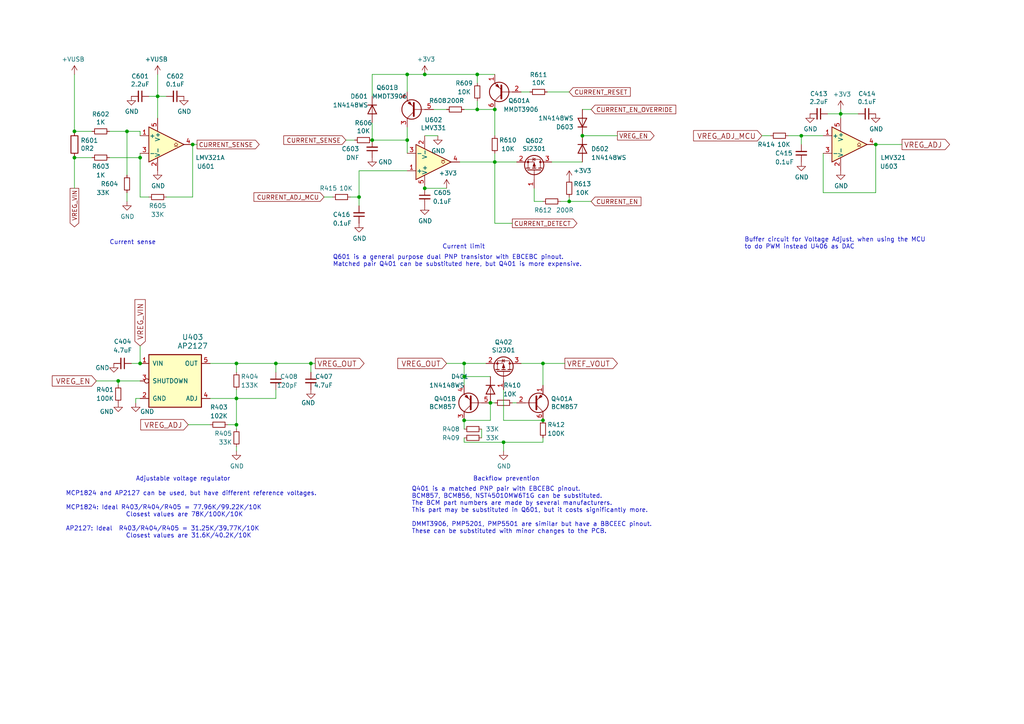
<source format=kicad_sch>
(kicad_sch (version 20231120) (generator "eeschema") (generator_version "8.0")
  (paper "A4")
  (lib_symbols
    (symbol "BusPirate-5-rev10-rescue:+3.3V-power" (power) (pin_names (offset 0))
      (property "Value" "+3.3V-power" (at 0 3.556 0))
      (symbol "+3.3V-power_0_1"
        (polyline (pts (xy -0.762 1.27) (xy 0 2.54)))
        (polyline (pts (xy 0 0) (xy 0 2.54)))
        (polyline (pts (xy 0 2.54) (xy 0.762 1.27)))
      )
      (symbol "+3.3V-power_1_1"
        (pin power_in line (at 0 0 90) (length 0) hide (name "+3V3") (number "1"))
      )
    )
    (symbol "Comparator:LMV331" (pin_names (offset 0.127))
      (property "Reference" "U" (at 1.27 5.08 0))
      (property "Value" "LMV331" (at 3.81 -5.08 0))
      (symbol "LMV331_0_1"
        (polyline (pts (xy -5.08 5.08) (xy 5.08 0) (xy -5.08 -5.08) (xy -5.08 5.08)) (stroke (width 0.254)) (fill (type background)))
        (polyline (pts (xy 3.302 -0.508) (xy 2.794 -0.508) (xy 3.302 0) (xy 2.794 0.508) (xy 2.286 0) (xy 2.794 -0.508) (xy 2.286 -0.508)) (stroke (width 0.127)))
      )
      (symbol "LMV331_1_1"
        (pin input line (at -7.62 2.54 0) (length 2.54) (name "+") (number "1"))
        (pin power_in line (at -2.54 -7.62 90) (length 3.81) (name "V-") (number "2"))
        (pin input line (at -7.62 -2.54 0) (length 2.54) (name "-") (number "3"))
        (pin open_collector line (at 7.62 0 180) (length 2.54) (name "~") (number "4"))
        (pin power_in line (at -2.54 7.62 270) (length 3.81) (name "V+") (number "5"))
      )
    )
    (symbol "Device:C_Small" (pin_numbers hide) (pin_names (offset 0.254) hide)
      (property "Reference" "C" (at 0.254 1.778 0))
      (property "Value" "C_Small" (at 0.254 -2.032 0))
      (symbol "C_Small_0_1"
        (polyline (pts (xy -1.524 -0.508) (xy 1.524 -0.508)) (stroke (width 0.3302)))
        (polyline (pts (xy -1.524 0.508) (xy 1.524 0.508)) (stroke (width 0.3048)))
      )
      (symbol "C_Small_1_1"
        (pin passive line (at 0 2.54 270) (length 2.032) (name "~") (number "1"))
        (pin passive line (at 0 -2.54 90) (length 2.032) (name "~") (number "2"))
      )
    )
    (symbol "Device:R" (pin_numbers hide) (pin_names (offset 0))
      (property "Reference" "R" (at 2.032 0 90))
      (property "Value" "R" (at 0 0 90))
      (symbol "R_0_1"
        (rectangle (start -1.016 -2.54) (end 1.016 2.54) (stroke (width 0.254)))
      )
      (symbol "R_1_1"
        (pin passive line (at 0 3.81 270) (length 1.27) (name "~") (number "1"))
        (pin passive line (at 0 -3.81 90) (length 1.27) (name "~") (number "2"))
      )
    )
    (symbol "Device:R_Small" (pin_numbers hide) (pin_names (offset 0.254) hide)
      (property "Reference" "R" (at 0.762 0.508 0))
      (property "Value" "R_Small" (at 0.762 -1.016 0))
      (symbol "R_Small_0_1"
        (rectangle (start -0.762 1.778) (end 0.762 -1.778) (stroke (width 0.2032)))
      )
      (symbol "R_Small_1_1"
        (pin passive line (at 0 2.54 270) (length 0.762) (name "~") (number "1"))
        (pin passive line (at 0 -2.54 90) (length 0.762) (name "~") (number "2"))
      )
    )
    (symbol "Diode:1N4148WS" (pin_numbers hide) (pin_names hide)
      (property "Reference" "D" (at 0 2.54 0))
      (property "Value" "1N4148WS" (at 0 -2.54 0))
      (symbol "1N4148WS_0_1"
        (polyline (pts (xy -1.27 1.27) (xy -1.27 -1.27)) (stroke (width 0.254)))
        (polyline (pts (xy 1.27 0) (xy -1.27 0)))
        (polyline (pts (xy 1.27 1.27) (xy 1.27 -1.27) (xy -1.27 0) (xy 1.27 1.27)) (stroke (width 0.254)))
      )
      (symbol "1N4148WS_1_1"
        (pin passive line (at -3.81 0 0) (length 2.54) (name "K") (number "1"))
        (pin passive line (at 3.81 0 180) (length 2.54) (name "A") (number "2"))
      )
    )
    (symbol "Transistor_FET:BSS84" (pin_names hide)
      (property "Reference" "Q" (at 5.08 1.905 0))
      (property "Value" "BSS84" (at 5.08 0 0))
      (symbol "BSS84_0_1"
        (polyline (pts (xy 0.254 0) (xy -2.54 0)))
        (polyline (pts (xy 0.254 1.905) (xy 0.254 -1.905)) (stroke (width 0.254)))
        (polyline (pts (xy 0.762 -1.27) (xy 0.762 -2.286)) (stroke (width 0.254)))
        (polyline (pts (xy 0.762 0.508) (xy 0.762 -0.508)) (stroke (width 0.254)))
        (polyline (pts (xy 0.762 2.286) (xy 0.762 1.27)) (stroke (width 0.254)))
        (polyline (pts (xy 2.54 2.54) (xy 2.54 1.778)))
        (polyline (pts (xy 2.54 -2.54) (xy 2.54 0) (xy 0.762 0)))
        (polyline (pts (xy 0.762 1.778) (xy 3.302 1.778) (xy 3.302 -1.778) (xy 0.762 -1.778)))
        (polyline (pts (xy 2.286 0) (xy 1.27 0.381) (xy 1.27 -0.381) (xy 2.286 0)) (fill (type outline)))
        (polyline (pts (xy 2.794 -0.508) (xy 2.921 -0.381) (xy 3.683 -0.381) (xy 3.81 -0.254)))
        (polyline (pts (xy 3.302 -0.381) (xy 2.921 0.254) (xy 3.683 0.254) (xy 3.302 -0.381)))
        (circle (center 1.651 0) (radius 2.794) (stroke (width 0.254)))
        (circle (center 2.54 -1.778) (radius 0.254) (fill (type outline)))
        (circle (center 2.54 1.778) (radius 0.254) (fill (type outline)))
      )
      (symbol "BSS84_1_1"
        (pin input line (at -5.08 0 0) (length 2.54) (name "G") (number "1"))
        (pin passive line (at 2.54 -5.08 90) (length 2.54) (name "S") (number "2"))
        (pin passive line (at 2.54 5.08 270) (length 2.54) (name "D") (number "3"))
      )
    )
    (symbol "dp-power:+VUSB" (power) (pin_names (offset 1.016))
      (property "Value" "+VUSB" (at 0 5.08 0))
      (symbol "+VUSB_0_1"
        (polyline (pts (xy 0 0) (xy 0 2.54)))
        (polyline (pts (xy 0 2.54) (xy -0.762 1.27)))
        (polyline (pts (xy 0 2.54) (xy 0.762 1.27)))
      )
      (symbol "+VUSB_1_1"
        (pin power_in line (at 0 0 90) (length 0) hide (name "+VUSB") (number "1"))
      )
    )
    (symbol "dp-vreg:MCP1824" (pin_names (offset 1.016))
      (property "Reference" "U" (at 0 12.7 0))
      (property "Value" "MCP1824" (at 0 10.16 0))
      (symbol "MCP1824_0_1"
        (rectangle (start -7.62 7.62) (end 7.62 -7.62) (stroke (width 0.3048)) (fill (type background)))
      )
      (symbol "MCP1824_1_1"
        (pin input line (at -10.16 5.08 0) (length 2.54) (name "VIN") (number "1"))
        (pin input line (at -10.16 -5.08 0) (length 2.54) (name "GND") (number "2"))
        (pin input inverted (at -10.16 0 0) (length 2.54) (name "SHUTDOWN") (number "3"))
        (pin input line (at 10.16 -5.08 180) (length 2.54) (name "ADJ") (number "4"))
        (pin power_out line (at 10.16 5.08 180) (length 2.54) (name "OUT") (number "5"))
      )
    )
    (symbol "kicad5-device:Q_DUAL_PNP_PNP_E1B1C2E2B2C1" (pin_names (offset 0) hide)
      (property "Reference" "Q" (at 5.08 1.27 0))
      (property "Value" "Q_DUAL_PNP_PNP_E1B1C2E2B2C1" (at 5.08 -1.27 0))
      (symbol "Q_DUAL_PNP_PNP_E1B1C2E2B2C1_0_1"
        (polyline (pts (xy 0.635 0) (xy -2.54 0)))
        (polyline (pts (xy 0.635 0.635) (xy 2.54 2.54)))
        (polyline (pts (xy 0.635 -0.635) (xy 2.54 -2.54) (xy 2.54 -2.54)))
        (polyline (pts (xy 0.635 1.905) (xy 0.635 -1.905) (xy 0.635 -1.905)) (stroke (width 0.508)))
        (polyline (pts (xy 2.286 -1.778) (xy 1.778 -2.286) (xy 1.27 -1.27) (xy 2.286 -1.778) (xy 2.286 -1.778)) (fill (type outline)))
        (circle (center 1.27 0) (radius 2.8194) (stroke (width 0.254)))
      )
      (symbol "Q_DUAL_PNP_PNP_E1B1C2E2B2C1_1_1"
        (pin passive line (at 2.54 -5.08 90) (length 2.54) (name "E1") (number "1"))
        (pin input line (at -5.08 0 0) (length 2.54) (name "B1") (number "2"))
        (pin passive line (at 2.54 5.08 270) (length 2.54) (name "C1") (number "6"))
      )
      (symbol "Q_DUAL_PNP_PNP_E1B1C2E2B2C1_2_1"
        (pin passive line (at 2.54 5.08 270) (length 2.54) (name "C2") (number "3"))
        (pin passive line (at 2.54 -5.08 90) (length 2.54) (name "E2") (number "4"))
        (pin input line (at -5.08 0 0) (length 2.54) (name "B2") (number "5"))
      )
    )
    (symbol "power:GND" (power) (pin_names (offset 0))
      (property "Value" "GND" (at 0 -3.81 0))
      (symbol "GND_0_1"
        (polyline (pts (xy 0 0) (xy 0 -1.27) (xy 1.27 -1.27) (xy 0 -2.54) (xy -1.27 -1.27) (xy 0 -1.27)))
      )
      (symbol "GND_1_1"
        (pin power_in line (at 0 0 270) (length 0) hide (name "GND") (number "1"))
      )
    )
  )
  (junction (at 143.51 46.99))
  (junction (at 243.84 33.02))
  (junction (at 68.58 105.41))
  (junction (at 168.91 39.37))
  (junction (at 143.51 31.75))
  (junction (at 254 41.91))
  (junction (at 80.01 105.41))
  (junction (at 107.95 40.64))
  (junction (at 34.29 110.49))
  (junction (at 123.19 21.59))
  (junction (at 134.62 109.22))
  (junction (at 118.11 21.59))
  (junction (at 138.43 31.75))
  (junction (at 45.72 27.94))
  (junction (at 21.59 38.1))
  (junction (at 40.64 45.72))
  (junction (at 68.58 123.19))
  (junction (at 40.64 105.41))
  (junction (at 142.24 116.84))
  (junction (at 134.62 105.41))
  (junction (at 134.62 121.92))
  (junction (at 123.19 54.61))
  (junction (at 157.48 105.41))
  (junction (at 90.17 105.41))
  (junction (at 157.48 121.92))
  (junction (at 55.88 41.91))
  (junction (at 232.41 39.37))
  (junction (at 104.14 57.15))
  (junction (at 146.05 128.27))
  (junction (at 118.11 40.64))
  (junction (at 36.83 38.1))
  (junction (at 68.58 115.57))
  (junction (at 138.43 21.59))
  (junction (at 21.59 45.72))
  (junction (at 165.1 58.42))
  (wire (pts (xy 154.94 58.42) (xy 154.94 54.61)))
  (wire (pts (xy 26.67 45.72) (xy 21.59 45.72)))
  (wire (pts (xy 104.14 49.53) (xy 104.14 57.15)))
  (wire (pts (xy 68.58 130.81) (xy 68.58 129.54)))
  (wire (pts (xy 118.11 49.53) (xy 104.14 49.53)))
  (wire (pts (xy 118.11 40.64) (xy 118.11 44.45)))
  (wire (pts (xy 165.1 26.67) (xy 158.75 26.67)))
  (wire (pts (xy 68.58 124.46) (xy 68.58 123.19)))
  (wire (pts (xy 157.48 121.92) (xy 146.05 121.92)))
  (wire (pts (xy 107.95 40.64) (xy 118.11 40.64)))
  (wire (pts (xy 157.48 105.41) (xy 157.48 111.76)))
  (wire (pts (xy 123.19 21.59) (xy 118.11 21.59)))
  (wire (pts (xy 31.75 38.1) (xy 36.83 38.1)))
  (wire (pts (xy 129.54 105.41) (xy 134.62 105.41)))
  (wire (pts (xy 143.51 116.84) (xy 142.24 116.84)))
  (wire (pts (xy 102.87 40.64) (xy 100.33 40.64)))
  (wire (pts (xy 134.62 121.92) (xy 142.24 121.92)))
  (wire (pts (xy 68.58 115.57) (xy 80.01 115.57)))
  (wire (pts (xy 133.35 46.99) (xy 143.51 46.99)))
  (wire (pts (xy 101.6 57.15) (xy 104.14 57.15)))
  (wire (pts (xy 148.59 116.84) (xy 149.86 116.84)))
  (wire (pts (xy 40.64 115.57) (xy 39.37 115.57)))
  (wire (pts (xy 146.05 128.27) (xy 134.62 128.27)))
  (wire (pts (xy 40.64 38.1) (xy 40.64 39.37)))
  (wire (pts (xy 40.64 57.15) (xy 40.64 45.72)))
  (wire (pts (xy 157.48 105.41) (xy 163.83 105.41)))
  (wire (pts (xy 104.14 57.15) (xy 104.14 59.69)))
  (wire (pts (xy 45.72 27.94) (xy 45.72 21.59)))
  (wire (pts (xy 146.05 121.92) (xy 146.05 113.03)))
  (wire (pts (xy 21.59 38.1) (xy 21.59 21.59)))
  (wire (pts (xy 68.58 115.57) (xy 68.58 113.03)))
  (wire (pts (xy 34.29 110.49) (xy 27.94 110.49)))
  (wire (pts (xy 129.54 31.75) (xy 125.73 31.75)))
  (wire (pts (xy 134.62 31.75) (xy 138.43 31.75)))
  (wire (pts (xy 68.58 107.95) (xy 68.58 105.41)))
  (wire (pts (xy 107.95 21.59) (xy 107.95 27.94)))
  (wire (pts (xy 90.17 105.41) (xy 91.44 105.41)))
  (wire (pts (xy 138.43 31.75) (xy 143.51 31.75)))
  (wire (pts (xy 142.24 109.22) (xy 134.62 109.22)))
  (wire (pts (xy 43.18 57.15) (xy 40.64 57.15)))
  (wire (pts (xy 143.51 64.77) (xy 143.51 46.99)))
  (wire (pts (xy 134.62 109.22) (xy 134.62 105.41)))
  (wire (pts (xy 36.83 55.88) (xy 36.83 58.42)))
  (wire (pts (xy 55.88 41.91) (xy 55.88 57.15)))
  (wire (pts (xy 54.61 123.19) (xy 60.96 123.19)))
  (wire (pts (xy 243.84 31.75) (xy 243.84 33.02)))
  (wire (pts (xy 21.59 45.72) (xy 21.59 54.61)))
  (wire (pts (xy 55.88 57.15) (xy 48.26 57.15)))
  (wire (pts (xy 60.96 105.41) (xy 68.58 105.41)))
  (wire (pts (xy 157.48 58.42) (xy 154.94 58.42)))
  (wire (pts (xy 171.45 58.42) (xy 165.1 58.42)))
  (wire (pts (xy 123.19 21.59) (xy 138.43 21.59)))
  (wire (pts (xy 80.01 115.57) (xy 80.01 113.03)))
  (wire (pts (xy 138.43 21.59) (xy 143.51 21.59)))
  (wire (pts (xy 68.58 105.41) (xy 80.01 105.41)))
  (wire (pts (xy 40.64 44.45) (xy 40.64 45.72)))
  (wire (pts (xy 123.19 54.61) (xy 129.54 54.61)))
  (wire (pts (xy 118.11 21.59) (xy 107.95 21.59)))
  (wire (pts (xy 143.51 46.99) (xy 143.51 44.45)))
  (wire (pts (xy 160.02 46.99) (xy 168.91 46.99)))
  (wire (pts (xy 40.64 100.33) (xy 40.64 105.41)))
  (wire (pts (xy 96.52 57.15) (xy 93.98 57.15)))
  (wire (pts (xy 151.13 105.41) (xy 157.48 105.41)))
  (wire (pts (xy 90.17 105.41) (xy 90.17 107.95)))
  (wire (pts (xy 55.88 41.91) (xy 57.15 41.91)))
  (wire (pts (xy 68.58 123.19) (xy 68.58 115.57)))
  (wire (pts (xy 153.67 26.67) (xy 151.13 26.67)))
  (wire (pts (xy 123.19 39.37) (xy 127 39.37)))
  (wire (pts (xy 148.59 64.77) (xy 143.51 64.77)))
  (wire (pts (xy 223.52 39.37) (xy 220.98 39.37)))
  (wire (pts (xy 146.05 130.81) (xy 146.05 128.27)))
  (wire (pts (xy 179.07 39.37) (xy 168.91 39.37)))
  (wire (pts (xy 238.76 55.88) (xy 254 55.88)))
  (wire (pts (xy 118.11 26.67) (xy 118.11 21.59)))
  (wire (pts (xy 107.95 35.56) (xy 107.95 40.64)))
  (wire (pts (xy 232.41 39.37) (xy 228.6 39.37)))
  (wire (pts (xy 38.1 105.41) (xy 40.64 105.41)))
  (wire (pts (xy 34.29 111.76) (xy 34.29 110.49)))
  (wire (pts (xy 60.96 115.57) (xy 68.58 115.57)))
  (wire (pts (xy 26.67 38.1) (xy 21.59 38.1)))
  (wire (pts (xy 139.7 124.46) (xy 139.7 127)))
  (wire (pts (xy 134.62 111.76) (xy 134.62 109.22)))
  (wire (pts (xy 140.97 105.41) (xy 134.62 105.41)))
  (wire (pts (xy 157.48 127) (xy 157.48 128.27)))
  (wire (pts (xy 66.04 123.19) (xy 68.58 123.19)))
  (wire (pts (xy 118.11 36.83) (xy 118.11 40.64)))
  (wire (pts (xy 36.83 50.8) (xy 36.83 38.1)))
  (wire (pts (xy 40.64 110.49) (xy 34.29 110.49)))
  (wire (pts (xy 261.62 41.91) (xy 254 41.91)))
  (wire (pts (xy 143.51 39.37) (xy 143.51 31.75)))
  (wire (pts (xy 138.43 24.13) (xy 138.43 21.59)))
  (wire (pts (xy 165.1 58.42) (xy 162.56 58.42)))
  (wire (pts (xy 80.01 107.95) (xy 80.01 105.41)))
  (wire (pts (xy 80.01 105.41) (xy 90.17 105.41)))
  (wire (pts (xy 243.84 33.02) (xy 248.92 33.02)))
  (wire (pts (xy 254 55.88) (xy 254 41.91)))
  (wire (pts (xy 149.86 46.99) (xy 143.51 46.99)))
  (wire (pts (xy 238.76 39.37) (xy 232.41 39.37)))
  (wire (pts (xy 40.64 45.72) (xy 31.75 45.72)))
  (wire (pts (xy 138.43 29.21) (xy 138.43 31.75)))
  (wire (pts (xy 134.62 127) (xy 134.62 128.27)))
  (wire (pts (xy 43.18 27.94) (xy 45.72 27.94)))
  (wire (pts (xy 36.83 38.1) (xy 40.64 38.1)))
  (wire (pts (xy 238.76 44.45) (xy 238.76 55.88)))
  (wire (pts (xy 240.03 33.02) (xy 243.84 33.02)))
  (wire (pts (xy 243.84 34.29) (xy 243.84 33.02)))
  (wire (pts (xy 45.72 27.94) (xy 45.72 34.29)))
  (wire (pts (xy 157.48 128.27) (xy 146.05 128.27)))
  (wire (pts (xy 165.1 57.15) (xy 165.1 58.42)))
  (wire (pts (xy 232.41 41.91) (xy 232.41 39.37)))
  (wire (pts (xy 171.45 31.75) (xy 168.91 31.75)))
  (wire (pts (xy 134.62 121.92) (xy 134.62 124.46)))
  (wire (pts (xy 39.37 115.57) (xy 39.37 116.84)))
  (wire (pts (xy 45.72 27.94) (xy 48.26 27.94)))
  (wire (pts (xy 142.24 116.84) (xy 142.24 121.92)))
  (text "Adjustable voltage regulator" (at 39.37 139.7 0) (effects (font (size 1.27 1.27)) (justify left bottom)))
  (text "Buffer circuit for Voltage Adjust, when using the MCU\nto do PWM instead U406 as DAC" (at 215.9 72.39 0) (effects (font (size 1.27 1.27)) (justify left bottom)))
  (text "Current sense" (at 31.75 71.12 0) (effects (font (size 1.27 1.27)) (justify left bottom)))
  (text "Backflow prevention" (at 137.16 139.7 0) (effects (font (size 1.27 1.27)) (justify left bottom)))
  (text "MCP1824 and AP2127 can be used, but have different reference voltages.\n\nMCP1824: Ideal R403/R404/R405 = 77.96K/99.22K/10K\n                  Closest values are 78K/100K/10K\n\nAP2127: Ideal  R403/R404/R405 = 31.25K/39.77K/10K\n                  Closest values are 31.6K/40.2K/10K" (at 19.05 156.21 0) (effects (font (size 1.27 1.27)) (justify left bottom)))
  (text "Current limit" (at 128.27 72.39 0) (effects (font (size 1.27 1.27)) (justify left bottom)))
  (text "Q401 is a matched PNP pair with EBCEBC pinout.\nBCM857, BCM856, NST45010MW6T1G can be substituted. \nThe BCM part numbers are made by several manufacturers.\nThis part may be substituted in Q601, but it costs significantly more.\n\nDMMT3906, PMP5201, PMP5501 are similar but have a BBCEEC pinout.\nThese can be substituted with minor changes to the PCB." (at 119.38 154.94 0) (effects (font (size 1.27 1.27)) (justify left bottom)))
  (text "Q601 is a general purpose dual PNP transistor with EBCEBC pinout. \nMatched pair Q401 can be substituted here, but Q401 is more expensive.\n" (at 96.52 77.47 0) (effects (font (size 1.27 1.27)) (justify left bottom)))
  (global_label "VREG_VIN" (shape output) (at 21.59 54.61 270) (property "Intersheetrefs" "${INTERSHEET_REFS}" (effects (hide yes))))
  (global_label "CURRENT_DETECT" (shape output) (at 148.59 64.77 0) (property "Intersheetrefs" "${INTERSHEET_REFS}" (effects (hide yes))))
  (global_label "VREG_OUT" (shape input) (at 129.54 105.41 180) (effects (font (size 1.524 1.524))) (property "Intersheetrefs" "${INTERSHEET_REFS}" (effects (hide yes))))
  (global_label "VREG_ADJ" (shape input) (at 54.61 123.19 180) (effects (font (size 1.524 1.524))) (property "Intersheetrefs" "${INTERSHEET_REFS}" (effects (hide yes))))
  (global_label "VREG_EN" (shape output) (at 179.07 39.37 0) (property "Intersheetrefs" "${INTERSHEET_REFS}" (effects (hide yes))))
  (global_label "VREG_ADJ_MCU" (shape input) (at 220.98 39.37 180) (effects (font (size 1.524 1.524))) (property "Intersheetrefs" "${INTERSHEET_REFS}" (effects (hide yes))))
  (global_label "VREF_VOUT" (shape output) (at 163.83 105.41 0) (effects (font (size 1.524 1.524))) (property "Intersheetrefs" "${INTERSHEET_REFS}" (effects (hide yes))))
  (global_label "CURRENT_SENSE" (shape input) (at 100.33 40.64 180) (property "Intersheetrefs" "${INTERSHEET_REFS}" (effects (hide yes))))
  (global_label "VREG_EN" (shape input) (at 27.94 110.49 180) (effects (font (size 1.524 1.524))) (property "Intersheetrefs" "${INTERSHEET_REFS}" (effects (hide yes))))
  (global_label "CURRENT_ADJ_MCU" (shape input) (at 93.98 57.15 180) (property "Intersheetrefs" "${INTERSHEET_REFS}" (effects (hide yes))))
  (global_label "CURRENT_SENSE" (shape output) (at 57.15 41.91 0) (property "Intersheetrefs" "${INTERSHEET_REFS}" (effects (hide yes))))
  (global_label "VREG_VIN" (shape input) (at 40.64 100.33 90) (effects (font (size 1.524 1.524))) (property "Intersheetrefs" "${INTERSHEET_REFS}" (effects (hide yes))))
  (global_label "CURRENT_EN" (shape input) (at 171.45 58.42 0) (property "Intersheetrefs" "${INTERSHEET_REFS}" (effects (hide yes))))
  (global_label "VREG_ADJ" (shape output) (at 261.62 41.91 0) (effects (font (size 1.524 1.524))) (property "Intersheetrefs" "${INTERSHEET_REFS}" (effects (hide yes))))
  (global_label "VREG_OUT" (shape output) (at 91.44 105.41 0) (effects (font (size 1.524 1.524))) (property "Intersheetrefs" "${INTERSHEET_REFS}" (effects (hide yes))))
  (global_label "CURRENT_EN_OVERRIDE" (shape input) (at 171.45 31.75 0) (property "Intersheetrefs" "${INTERSHEET_REFS}" (effects (hide yes))))
  (global_label "CURRENT_RESET" (shape input) (at 165.1 26.67 0) (property "Intersheetrefs" "${INTERSHEET_REFS}" (effects (hide yes))))
  (symbol (lib_id "dp-vreg:MCP1824") (at 50.8 110.49 0) (unit 1)
    (property "Reference" "U403" (at 55.88 97.79 0) (effects (font (size 1.524 1.524))))
    (property "Value" "AP2127" (at 55.88 100.33 0) (effects (font (size 1.524 1.524))))
    (property "Footprint" "Package_TO_SOT_SMD:SOT-23-5" (effects (hide yes)))
    (property "RMB" "2.68" (effects (hide yes)))
    (property "Supplier" " https://item.szlcsc.com/157049.html" (effects (hide yes)))
  )
  (symbol (lib_id "power:GND") (at 39.37 116.84 0) (unit 1)
    (property "Reference" "#PWR0412" (effects (hide yes)))
    (property "Value" "GND" (at 40.64 119.38 0) (effects (justify left)))
  )
  (symbol (lib_id "Device:C_Small") (at 90.17 110.49 0) (unit 1)
    (property "Reference" "C407" (at 96.52 109.22 0) (effects (justify right)))
    (property "Value" "4.7uF" (at 96.52 111.76 0) (effects (justify right)))
    (property "Footprint" "Capacitor_SMD:C_0402_1005Metric" (effects (hide yes)))
    (property "RMB" "0.037726" (effects (hide yes)))
    (property "Supplier" "https://item.szlcsc.com/1877.html" (effects (hide yes)))
  )
  (symbol (lib_id "power:GND") (at 90.17 113.03 0) (unit 1)
    (property "Reference" "#PWR0419" (effects (hide yes)))
    (property "Value" "GND" (at 91.44 116.84 0) (effects (justify right)))
  )
  (symbol (lib_id "Transistor_FET:BSS84") (at 146.05 107.95 270) (mirror x) (unit 1)
    (property "Reference" "Q402" (at 146.05 99.2378 90))
    (property "Value" "SI2301" (at 146.05 101.5492 90))
    (property "Footprint" "Package_TO_SOT_SMD:SOT-523" (effects (hide yes)))
    (property "Datasheet" "http://www.aosmd.com/pdfs/datasheet/AO3401A.pdf" (effects (hide yes)))
    (property "RMB" "0.232494" (effects (hide yes)))
    (property "Supplier" "https://item.szlcsc.com/76686.html" (effects (hide yes)))
  )
  (symbol (lib_id "Device:R_Small") (at 137.16 124.46 270) (unit 1)
    (property "Reference" "R408" (at 133.35 124.46 90) (effects (justify right)))
    (property "Value" "33K" (at 144.78 124.46 90) (effects (justify right)))
    (property "Footprint" "Resistor_SMD:R_0402_1005Metric" (effects (hide yes)))
    (property "RMB" "0.005541" (effects (hide yes)))
    (property "Supplier" "https://item.szlcsc.com/141563.html" (effects (hide yes)))
  )
  (symbol (lib_id "power:GND") (at 146.05 130.81 0) (unit 1)
    (property "Reference" "#PWR0426" (effects (hide yes)))
    (property "Value" "GND" (at 146.177 135.2042 0))
  )
  (symbol (lib_id "Device:R_Small") (at 157.48 124.46 0) (unit 1)
    (property "Reference" "R412" (at 158.75 123.19 0) (effects (justify left)))
    (property "Value" "100K" (at 158.75 125.73 0) (effects (justify left)))
    (property "Footprint" "Resistor_SMD:R_0402_1005Metric" (effects (hide yes)))
    (property "RMB" "0.005749" (effects (hide yes)))
    (property "Supplier" "https://item.szlcsc.com/61543.html" (effects (hide yes)))
  )
  (symbol (lib_id "Device:C_Small") (at 35.56 105.41 270) (unit 1)
    (property "Reference" "C404" (at 35.56 99.06 90))
    (property "Value" "4.7uF" (at 35.56 101.6 90))
    (property "Footprint" "Capacitor_SMD:C_0402_1005Metric" (effects (hide yes)))
    (property "RMB" "0.037726" (effects (hide yes)))
    (property "Supplier" "https://item.szlcsc.com/1877.html" (effects (hide yes)))
  )
  (symbol (lib_id "power:GND") (at 33.02 105.41 0) (unit 1)
    (property "Reference" "#PWR0410" (effects (hide yes)))
    (property "Value" "GND" (at 31.75 106.68 0) (effects (justify right)))
  )
  (symbol (lib_id "Device:R_Small") (at 34.29 114.3 0) (unit 1)
    (property "Reference" "R401" (at 33.02 113.03 0) (effects (justify right)))
    (property "Value" "100K" (at 33.02 115.57 0) (effects (justify right)))
    (property "Footprint" "Resistor_SMD:R_0402_1005Metric" (effects (hide yes)))
    (property "RMB" "0.005749" (effects (hide yes)))
    (property "Supplier" "https://item.szlcsc.com/61543.html" (effects (hide yes)))
  )
  (symbol (lib_id "power:GND") (at 34.29 116.84 0) (unit 1)
    (property "Reference" "#PWR0411" (effects (hide yes)))
    (property "Value" "GND" (at 33.02 119.38 0) (effects (justify right)))
  )
  (symbol (lib_id "Device:R_Small") (at 68.58 110.49 0) (unit 1)
    (property "Reference" "R404" (at 69.85 109.22 0) (effects (justify left)))
    (property "Value" "133K" (at 69.85 111.76 0) (effects (justify left)))
    (property "Footprint" "Resistor_SMD:R_0402_1005Metric" (effects (hide yes)))
    (property "RMB" "0.005749" (effects (hide yes)))
    (property "Supplier" "https://item.szlcsc.com/61543.html" (effects (hide yes)))
  )
  (symbol (lib_id "Device:R_Small") (at 68.58 127 0) (unit 1)
    (property "Reference" "R405" (at 67.31 125.73 0) (effects (justify right)))
    (property "Value" "33K" (at 67.31 128.27 0) (effects (justify right)))
    (property "Footprint" "Resistor_SMD:R_0402_1005Metric" (effects (hide yes)))
    (property "RMB" "0.004864" (effects (hide yes)))
    (property "Supplier" "https://item.szlcsc.com/61542.html" (effects (hide yes)))
  )
  (symbol (lib_id "Device:R_Small") (at 63.5 123.19 90) (unit 1)
    (property "Reference" "R403" (at 63.5 118.11 90))
    (property "Value" "102K" (at 63.5 120.65 90))
    (property "Footprint" "Resistor_SMD:R_0402_1005Metric" (effects (hide yes)))
    (property "RMB" "0.005944" (effects (hide yes)))
    (property "Supplier" "https://item.szlcsc.com/174835.html" (effects (hide yes)))
  )
  (symbol (lib_id "power:GND") (at 68.58 130.81 0) (unit 1)
    (property "Reference" "#PWR0417" (effects (hide yes)))
    (property "Value" "GND" (at 68.707 135.2042 0))
  )
  (symbol (lib_id "Device:R_Small") (at 29.21 38.1 270) (unit 1)
    (property "Reference" "R602" (at 29.21 33.1216 90))
    (property "Value" "1K" (at 29.21 35.433 90))
    (property "Footprint" "Resistor_SMD:R_0402_1005Metric" (effects (hide yes)))
    (property "RMB" "0.005622" (effects (hide yes)))
    (property "Supplier" "https://item.szlcsc.com/107450.html" (effects (hide yes)))
  )
  (symbol (lib_id "Device:R") (at 21.59 41.91 0) (unit 1)
    (property "Reference" "R601" (at 23.368 40.7416 0) (effects (justify left)))
    (property "Value" "0R2" (at 23.368 43.053 0) (effects (justify left)))
    (property "Footprint" "Resistor_SMD:R_2512_6332Metric_Pad1.40x3.35mm_HandSolder" (effects (hide yes)))
    (property "RMB" "0.418328" (effects (hide yes)))
    (property "Supplier" "https://item.szlcsc.com/464030.html" (effects (hide yes)))
  )
  (symbol (lib_id "Device:R_Small") (at 29.21 45.72 270) (unit 1)
    (property "Reference" "R603" (at 29.21 48.26 90))
    (property "Value" "1K" (at 29.21 50.8 90))
    (property "Footprint" "Resistor_SMD:R_0402_1005Metric" (effects (hide yes)))
    (property "RMB" "0.005622" (effects (hide yes)))
    (property "Supplier" "https://item.szlcsc.com/107450.html" (effects (hide yes)))
  )
  (symbol (lib_id "Device:R_Small") (at 36.83 53.34 180) (unit 1)
    (property "Reference" "R604" (at 29.21 53.34 0) (effects (justify right)))
    (property "Value" "33K" (at 27.94 55.88 0) (effects (justify right)))
    (property "Footprint" "Resistor_SMD:R_0402_1005Metric" (effects (hide yes)))
    (property "RMB" "0.005541" (effects (hide yes)))
    (property "Supplier" "https://item.szlcsc.com/141563.html" (effects (hide yes)))
  )
  (symbol (lib_id "power:GND") (at 36.83 58.42 0) (unit 1)
    (property "Reference" "#PWR0602" (effects (hide yes)))
    (property "Value" "GND" (at 36.957 62.8142 0))
  )
  (symbol (lib_id "power:GND") (at 45.72 49.53 0) (unit 1)
    (property "Reference" "#PWR0605" (effects (hide yes)))
    (property "Value" "GND" (at 45.847 53.9242 0))
  )
  (symbol (lib_id "Device:R_Small") (at 45.72 57.15 270) (unit 1)
    (property "Reference" "R605" (at 45.72 59.69 90))
    (property "Value" "33K" (at 45.72 62.23 90))
    (property "Footprint" "Resistor_SMD:R_0402_1005Metric" (effects (hide yes)))
    (property "RMB" "0.005541" (effects (hide yes)))
    (property "Supplier" "https://item.szlcsc.com/141563.html" (effects (hide yes)))
  )
  (symbol (lib_id "Device:C_Small") (at 50.8 27.94 270) (unit 1)
    (property "Reference" "C602" (at 50.8 22.1234 90))
    (property "Value" "0.1uF" (at 50.8 24.4348 90))
    (property "Footprint" "Capacitor_SMD:C_0402_1005Metric" (effects (hide yes)))
    (property "RMB" "0.00628" (effects (hide yes)))
    (property "Supplier" "https://item.szlcsc.com/1877.html" (effects (hide yes)))
  )
  (symbol (lib_id "Device:C_Small") (at 40.64 27.94 270) (unit 1)
    (property "Reference" "C601" (at 40.64 22.1234 90))
    (property "Value" "2.2uF" (at 40.64 24.4348 90))
    (property "Footprint" "Capacitor_SMD:C_0402_1005Metric" (effects (hide yes)))
    (property "RMB" "0.043101" (effects (hide yes)))
    (property "Supplier" "https://item.szlcsc.com/108589.html" (effects (hide yes)))
  )
  (symbol (lib_id "power:GND") (at 53.34 27.94 0) (unit 1)
    (property "Reference" "#PWR0606" (effects (hide yes)))
    (property "Value" "GND" (at 53.467 32.3342 0))
  )
  (symbol (lib_id "power:GND") (at 38.1 27.94 0) (unit 1)
    (property "Reference" "#PWR0603" (effects (hide yes)))
    (property "Value" "GND" (at 38.227 32.3342 0))
  )
  (symbol (lib_id "Device:R_Small") (at 105.41 40.64 270) (unit 1)
    (property "Reference" "R606" (at 105.41 35.6616 90))
    (property "Value" "10K" (at 105.41 37.973 90))
    (property "Footprint" "Resistor_SMD:R_0402_1005Metric" (effects (hide yes)))
  )
  (symbol (lib_id "Device:C_Small") (at 107.95 43.18 180) (unit 1)
    (property "Reference" "C603" (at 99.06 43.18 0) (effects (justify right)))
    (property "Value" "DNF" (at 100.33 45.72 0) (effects (justify right)))
    (property "Footprint" "Capacitor_SMD:C_0402_1005Metric" (effects (hide yes)))
  )
  (symbol (lib_id "power:GND") (at 107.95 45.72 0) (unit 1)
    (property "Reference" "#PWR0607" (effects (hide yes)))
    (property "Value" "GND" (at 111.76 46.99 0))
  )
  (symbol (lib_id "BusPirate-5-rev10-rescue:+3.3V-power") (at 123.19 21.59 0) (unit 1)
    (property "Reference" "#PWR0609" (effects (hide yes)))
    (property "Value" "+3V3" (at 123.571 17.1958 0))
  )
  (symbol (lib_id "Device:C_Small") (at 123.19 57.15 0) (unit 1)
    (property "Reference" "C605" (at 128.27 55.88 0))
    (property "Value" "0.1uF" (at 128.27 58.42 0))
    (property "Footprint" "Capacitor_SMD:C_0402_1005Metric" (effects (hide yes)))
    (property "RMB" "0.00628" (effects (hide yes)))
    (property "Supplier" "https://item.szlcsc.com/1877.html" (effects (hide yes)))
  )
  (symbol (lib_id "power:GND") (at 123.19 59.69 0) (unit 1)
    (property "Reference" "#PWR0610" (effects (hide yes)))
    (property "Value" "GND" (at 123.317 64.0842 0))
  )
  (symbol (lib_id "dp-power:+VUSB") (at 45.72 21.59 0) (unit 1)
    (property "Reference" "#PWR0604" (effects (hide yes)))
    (property "Value" "+VUSB" (at 45.339 17.1958 0))
  )
  (symbol (lib_id "dp-power:+VUSB") (at 21.59 21.59 0) (unit 1)
    (property "Reference" "#PWR0601" (effects (hide yes)))
    (property "Value" "+VUSB" (at 21.209 17.1958 0))
  )
  (symbol (lib_id "Diode:1N4148WS") (at 107.95 31.75 270) (unit 1)
    (property "Reference" "D601" (at 101.6 27.94 90) (effects (justify left)))
    (property "Value" "1N4148WS" (at 96.52 30.48 90) (effects (justify left)))
    (property "Footprint" "Diode_SMD:D_SOD-523" (effects (hide yes)))
    (property "Datasheet" "https://www.vishay.com/docs/85751/1n4148ws.pdf" (effects (hide yes)))
    (property "RMB" "0.182079" (effects (hide yes)))
    (property "Supplier" "https://item.szlcsc.com/120141.html" (effects (hide yes)))
  )
  (symbol (lib_id "Device:R_Small") (at 137.16 127 270) (unit 1)
    (property "Reference" "R409" (at 133.35 127 90) (effects (justify right)))
    (property "Value" "33K" (at 144.78 127 90) (effects (justify right)))
    (property "Footprint" "Resistor_SMD:R_0402_1005Metric" (effects (hide yes)))
    (property "RMB" "0.005541" (effects (hide yes)))
    (property "Supplier" "https://item.szlcsc.com/141563.html" (effects (hide yes)))
  )
  (symbol (lib_id "BusPirate-5-rev10-rescue:+3.3V-power") (at 129.54 54.61 0) (unit 1)
    (property "Reference" "#PWR0612" (effects (hide yes)))
    (property "Value" "+3V3" (at 129.921 50.2158 0))
  )
  (symbol (lib_id "Diode:1N4148WS") (at 142.24 113.03 270) (unit 1)
    (property "Reference" "D401" (at 130.81 109.22 90) (effects (justify left)))
    (property "Value" "1N4148WS" (at 124.46 111.76 90) (effects (justify left)))
    (property "Footprint" "Diode_SMD:D_SOD-523" (effects (hide yes)))
    (property "Datasheet" "https://www.vishay.com/docs/85751/1n4148ws.pdf" (effects (hide yes)))
    (property "RMB" "0.182079" (effects (hide yes)))
    (property "Supplier" "https://item.szlcsc.com/120141.html" (effects (hide yes)))
  )
  (symbol (lib_id "Device:R_Small") (at 146.05 116.84 270) (unit 1)
    (property "Reference" "R410" (at 151.13 111.76 90) (effects (justify right)))
    (property "Value" "10K" (at 149.86 114.3 90) (effects (justify right)))
    (property "Footprint" "Resistor_SMD:R_0402_1005Metric" (effects (hide yes)))
    (property "RMB" "0.005541" (effects (hide yes)))
    (property "Supplier" "https://item.szlcsc.com/141563.html" (effects (hide yes)))
  )
  (symbol (lib_id "power:GND") (at 127 39.37 0) (unit 1)
    (property "Reference" "#PWR0611" (effects (hide yes)))
    (property "Value" "GND" (at 127.127 43.7642 0))
  )
  (symbol (lib_id "Device:R_Small") (at 132.08 31.75 90) (unit 1)
    (property "Reference" "R608" (at 127 29.21 90))
    (property "Value" "200R" (at 132.08 29.21 90))
    (property "Footprint" "Resistor_SMD:R_0402_1005Metric" (effects (hide yes)))
  )
  (symbol (lib_id "Device:R_Small") (at 138.43 26.67 0) (unit 1)
    (property "Reference" "R609" (at 134.62 24.13 0))
    (property "Value" "10K" (at 134.62 26.67 0))
    (property "Footprint" "Resistor_SMD:R_0402_1005Metric" (effects (hide yes)))
  )
  (symbol (lib_id "Device:R_Small") (at 143.51 41.91 0) (unit 1)
    (property "Reference" "R610" (at 147.32 40.64 0))
    (property "Value" "10K" (at 147.32 43.18 0))
    (property "Footprint" "Resistor_SMD:R_0402_1005Metric" (effects (hide yes)))
  )
  (symbol (lib_id "Transistor_FET:BSS84") (at 154.94 49.53 270) (mirror x) (unit 1)
    (property "Reference" "Q602" (at 154.94 40.8178 90))
    (property "Value" "SI2301" (at 154.94 43.1292 90))
    (property "Footprint" "Package_TO_SOT_SMD:SOT-523" (effects (hide yes)))
    (property "Datasheet" "http://www.aosmd.com/pdfs/datasheet/AO3401A.pdf" (effects (hide yes)))
    (property "RMB" "0.232494" (effects (hide yes)))
    (property "Supplier" "https://item.szlcsc.com/76686.html" (effects (hide yes)))
  )
  (symbol (lib_id "Device:R_Small") (at 160.02 58.42 90) (unit 1)
    (property "Reference" "R612" (at 157.48 60.96 90))
    (property "Value" "200R" (at 163.83 60.96 90))
    (property "Footprint" "Resistor_SMD:R_0402_1005Metric" (effects (hide yes)))
  )
  (symbol (lib_id "Device:R_Small") (at 165.1 54.61 0) (unit 1)
    (property "Reference" "R613" (at 168.91 53.34 0))
    (property "Value" "10K" (at 168.91 55.88 0))
    (property "Footprint" "Resistor_SMD:R_0402_1005Metric" (effects (hide yes)))
  )
  (symbol (lib_id "BusPirate-5-rev10-rescue:+3.3V-power") (at 165.1 52.07 0) (unit 1)
    (property "Reference" "#PWR0613" (effects (hide yes)))
    (property "Value" "+3V3" (at 168.91 49.53 0))
  )
  (symbol (lib_id "Device:R_Small") (at 156.21 26.67 270) (unit 1)
    (property "Reference" "R611" (at 156.21 21.6916 90))
    (property "Value" "10K" (at 156.21 24.003 90))
    (property "Footprint" "Resistor_SMD:R_0402_1005Metric" (effects (hide yes)))
  )
  (symbol (lib_id "kicad5-device:Q_DUAL_PNP_PNP_E1B1C2E2B2C1") (at 146.05 26.67 180) (unit 1)
    (property "Reference" "Q601" (at 153.67 29.21 0) (effects (justify left)))
    (property "Value" "MMDT3906" (at 156.21 31.75 0) (effects (justify left)))
    (property "Footprint" "Package_TO_SOT_SMD:SOT-363_SC-70-6" (effects (hide yes)))
  )
  (symbol (lib_id "kicad5-device:Q_DUAL_PNP_PNP_E1B1C2E2B2C1") (at 120.65 31.75 180) (unit 2)
    (property "Reference" "Q601" (at 115.57 25.4 0) (effects (justify left)))
    (property "Value" "MMDT3906" (at 118.11 27.94 0) (effects (justify left)))
    (property "Footprint" "Package_TO_SOT_SMD:SOT-363_SC-70-6" (effects (hide yes)))
  )
  (symbol (lib_id "kicad5-device:Q_DUAL_PNP_PNP_E1B1C2E2B2C1") (at 154.94 116.84 0) (mirror x) (unit 1)
    (property "Reference" "Q401" (at 159.7914 115.6716 0) (effects (justify left)))
    (property "Value" "BCM857" (at 159.7914 117.983 0) (effects (justify left)))
    (property "Footprint" "Package_TO_SOT_SMD:SOT-363_SC-70-6" (effects (hide yes)))
  )
  (symbol (lib_id "kicad5-device:Q_DUAL_PNP_PNP_E1B1C2E2B2C1") (at 137.16 116.84 180) (unit 2)
    (property "Reference" "Q401" (at 132.3086 115.6716 0) (effects (justify left)))
    (property "Value" "BCM857" (at 132.3086 117.983 0) (effects (justify left)))
    (property "Footprint" "Package_TO_SOT_SMD:SOT-363_SC-70-6" (effects (hide yes)))
  )
  (symbol (lib_id "Diode:1N4148WS") (at 168.91 43.18 270) (unit 1)
    (property "Reference" "D602" (at 171.45 43.18 90) (effects (justify left)))
    (property "Value" "1N4148WS" (at 171.45 45.72 90) (effects (justify left)))
    (property "Footprint" "Diode_SMD:D_SOD-523" (effects (hide yes)))
    (property "Datasheet" "https://www.vishay.com/docs/85751/1n4148ws.pdf" (effects (hide yes)))
    (property "RMB" "0.182079" (effects (hide yes)))
    (property "Supplier" "https://item.szlcsc.com/120141.html" (effects (hide yes)))
  )
  (symbol (lib_id "Diode:1N4148WS") (at 168.91 35.56 90) (unit 1)
    (property "Reference" "D603" (at 166.37 36.83 90) (effects (justify left)))
    (property "Value" "1N4148WS" (at 166.37 34.29 90) (effects (justify left)))
    (property "Footprint" "Diode_SMD:D_SOD-523" (effects (hide yes)))
    (property "Datasheet" "https://www.vishay.com/docs/85751/1n4148ws.pdf" (effects (hide yes)))
    (property "RMB" "0.182079" (effects (hide yes)))
    (property "Supplier" "https://item.szlcsc.com/120141.html" (effects (hide yes)))
  )
  (symbol (lib_id "power:GND") (at 243.84 49.53 0) (unit 1)
    (property "Reference" "#PWR0132" (effects (hide yes)))
    (property "Value" "GND" (at 243.967 53.9242 0))
  )
  (symbol (lib_id "BusPirate-5-rev10-rescue:+3.3V-power") (at 243.84 31.75 0) (unit 1)
    (property "Reference" "#PWR0133" (effects (hide yes)))
    (property "Value" "+3V3" (at 244.221 27.3558 0))
  )
  (symbol (lib_id "Device:C_Small") (at 237.49 33.02 270) (unit 1)
    (property "Reference" "C413" (at 237.49 27.2034 90))
    (property "Value" "2.2uF" (at 237.49 29.5148 90))
    (property "Footprint" "Capacitor_SMD:C_0402_1005Metric" (effects (hide yes)))
    (property "RMB" "0.043101" (effects (hide yes)))
    (property "Supplier" "https://item.szlcsc.com/108589.html" (effects (hide yes)))
  )
  (symbol (lib_id "Device:C_Small") (at 251.46 33.02 270) (unit 1)
    (property "Reference" "C414" (at 251.46 27.2034 90))
    (property "Value" "0.1uF" (at 251.46 29.5148 90))
    (property "Footprint" "Capacitor_SMD:C_0402_1005Metric" (effects (hide yes)))
    (property "RMB" "0.00628" (effects (hide yes)))
    (property "Supplier" "https://item.szlcsc.com/1877.html" (effects (hide yes)))
  )
  (symbol (lib_id "power:GND") (at 254 33.02 0) (unit 1)
    (property "Reference" "#PWR0134" (effects (hide yes)))
    (property "Value" "GND" (at 254.127 37.4142 0))
  )
  (symbol (lib_id "power:GND") (at 234.95 33.02 0) (unit 1)
    (property "Reference" "#PWR0135" (effects (hide yes)))
    (property "Value" "GND" (at 235.077 37.4142 0))
  )
  (symbol (lib_id "Device:C_Small") (at 232.41 44.45 180) (unit 1)
    (property "Reference" "C415" (at 224.79 44.45 0) (effects (justify right)))
    (property "Value" "0.1uF" (at 224.79 46.99 0) (effects (justify right)))
    (property "Footprint" "Capacitor_SMD:C_0402_1005Metric" (effects (hide yes)))
  )
  (symbol (lib_id "Device:R_Small") (at 226.06 39.37 270) (unit 1)
    (property "Reference" "R414" (at 222.25 41.91 90))
    (property "Value" "10K" (at 227.33 41.91 90))
    (property "Footprint" "Resistor_SMD:R_0402_1005Metric" (effects (hide yes)))
  )
  (symbol (lib_id "power:GND") (at 232.41 46.99 0) (unit 1)
    (property "Reference" "#PWR0136" (effects (hide yes)))
    (property "Value" "GND" (at 232.537 51.3842 0))
  )
  (symbol (lib_id "Device:R_Small") (at 99.06 57.15 270) (unit 1)
    (property "Reference" "R415" (at 95.25 54.61 90))
    (property "Value" "10K" (at 100.33 54.61 90))
    (property "Footprint" "Resistor_SMD:R_0402_1005Metric" (effects (hide yes)))
  )
  (symbol (lib_id "Device:C_Small") (at 104.14 62.23 180) (unit 1)
    (property "Reference" "C416" (at 96.52 62.23 0) (effects (justify right)))
    (property "Value" "0.1uF" (at 96.52 64.77 0) (effects (justify right)))
    (property "Footprint" "Capacitor_SMD:C_0402_1005Metric" (effects (hide yes)))
  )
  (symbol (lib_id "power:GND") (at 104.14 64.77 0) (unit 1)
    (property "Reference" "#PWR0137" (effects (hide yes)))
    (property "Value" "GND" (at 104.267 69.1642 0))
  )
  (symbol (lib_id "Device:C_Small") (at 80.01 110.49 0) (unit 1)
    (property "Reference" "C408" (at 86.36 109.22 0) (effects (justify right)))
    (property "Value" "120pF" (at 86.36 111.76 0) (effects (justify right)))
    (property "Footprint" "Capacitor_SMD:C_0402_1005Metric" (effects (hide yes)))
    (property "RMB" "0.037726" (effects (hide yes)))
    (property "Supplier" "https://item.szlcsc.com/1877.html" (effects (hide yes)))
  )
  (symbol (lib_id "Comparator:LMV331") (at 125.73 46.99 0) (mirror x) (unit 1)
    (property "Reference" "U602" (at 125.73 34.7726 0))
    (property "Value" "LMV331" (at 125.73 37.084 0))
    (property "Footprint" "Package_TO_SOT_SMD:SOT-23-5" (effects (hide yes)))
    (property "Datasheet" "http://www.ti.com/lit/ds/symlink/lmv331.pdf" (effects (hide yes)))
  )
  (symbol (lib_id "Comparator:LMV331") (at 48.26 41.91 0) (unit 1)
    (property "Reference" "U601" (at 59.69 48.26 0))
    (property "Value" "LMV321A" (at 60.96 45.72 0))
    (property "Footprint" "Package_TO_SOT_SMD:SOT-23-5" (effects (hide yes)))
    (property "Datasheet" "http://www.ti.com/lit/ds/symlink/lmv331.pdf" (effects (hide yes)))
  )
  (symbol (lib_id "Comparator:LMV331") (at 246.38 41.91 0) (unit 1)
    (property "Reference" "U603" (at 257.81 48.26 0))
    (property "Value" "LMV321" (at 259.08 45.72 0))
    (property "Footprint" "Package_TO_SOT_SMD:SOT-23-5" (effects (hide yes)))
    (property "Datasheet" "http://www.ti.com/lit/ds/symlink/lmv331.pdf" (effects (hide yes)))
  )
)
</source>
